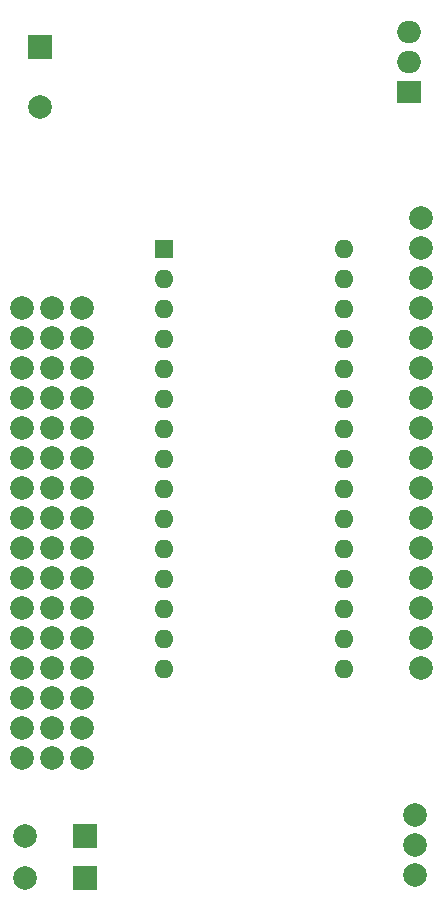
<source format=gbr>
%TF.GenerationSoftware,KiCad,Pcbnew,(5.1.6)-1*%
%TF.CreationDate,2020-11-17T10:03:37+01:00*%
%TF.ProjectId,NANOV3,4e414e4f-5633-42e6-9b69-6361645f7063,rev?*%
%TF.SameCoordinates,Original*%
%TF.FileFunction,Soldermask,Top*%
%TF.FilePolarity,Negative*%
%FSLAX46Y46*%
G04 Gerber Fmt 4.6, Leading zero omitted, Abs format (unit mm)*
G04 Created by KiCad (PCBNEW (5.1.6)-1) date 2020-11-17 10:03:37*
%MOMM*%
%LPD*%
G01*
G04 APERTURE LIST*
%ADD10C,2.000000*%
%ADD11R,2.000000X2.000000*%
%ADD12R,1.600000X1.600000*%
%ADD13O,1.600000X1.600000*%
%ADD14R,2.000000X1.905000*%
%ADD15O,2.000000X1.905000*%
G04 APERTURE END LIST*
D10*
%TO.C,J3*%
X125984000Y-108966000D03*
X125984000Y-106426000D03*
X125984000Y-103886000D03*
X125984000Y-101346000D03*
X125984000Y-98806000D03*
X125984000Y-96266000D03*
X125984000Y-93726000D03*
X125984000Y-91186000D03*
X125984000Y-88646000D03*
X125984000Y-86106000D03*
X125984000Y-83566000D03*
X125984000Y-81026000D03*
X125984000Y-78486000D03*
X125984000Y-75946000D03*
X125984000Y-73406000D03*
X125984000Y-70866000D03*
%TD*%
D11*
%TO.C,U3*%
X126238000Y-119126000D03*
D10*
X121158000Y-119126000D03*
%TD*%
D12*
%TO.C,A1*%
X132873001Y-65807001D03*
D13*
X148113001Y-98827001D03*
X132873001Y-68347001D03*
X148113001Y-96287001D03*
X132873001Y-70887001D03*
X148113001Y-93747001D03*
X132873001Y-73427001D03*
X148113001Y-91207001D03*
X132873001Y-75967001D03*
X148113001Y-88667001D03*
X132873001Y-78507001D03*
X148113001Y-86127001D03*
X132873001Y-81047001D03*
X148113001Y-83587001D03*
X132873001Y-83587001D03*
X148113001Y-81047001D03*
X132873001Y-86127001D03*
X148113001Y-78507001D03*
X132873001Y-88667001D03*
X148113001Y-75967001D03*
X132873001Y-91207001D03*
X148113001Y-73427001D03*
X132873001Y-93747001D03*
X148113001Y-70887001D03*
X132873001Y-96287001D03*
X148113001Y-68347001D03*
X132873001Y-98827001D03*
X148113001Y-65807001D03*
X132873001Y-101367001D03*
X148113001Y-101367001D03*
%TD*%
D11*
%TO.C,C1*%
X122428000Y-48768000D03*
D10*
X122428000Y-53768000D03*
%TD*%
%TO.C,J1*%
X120904000Y-70866000D03*
X120904000Y-73406000D03*
X120904000Y-75946000D03*
X120904000Y-78486000D03*
X120904000Y-81026000D03*
X120904000Y-83566000D03*
X120904000Y-86106000D03*
X120904000Y-88646000D03*
X120904000Y-91186000D03*
X120904000Y-93726000D03*
X120904000Y-96266000D03*
X120904000Y-98806000D03*
X120904000Y-101346000D03*
X120904000Y-103886000D03*
X120904000Y-106426000D03*
X120904000Y-108966000D03*
%TD*%
%TO.C,J2*%
X123444000Y-108966000D03*
X123444000Y-106426000D03*
X123444000Y-103886000D03*
X123444000Y-101346000D03*
X123444000Y-98806000D03*
X123444000Y-96266000D03*
X123444000Y-93726000D03*
X123444000Y-91186000D03*
X123444000Y-88646000D03*
X123444000Y-86106000D03*
X123444000Y-83566000D03*
X123444000Y-81026000D03*
X123444000Y-78486000D03*
X123444000Y-75946000D03*
X123444000Y-73406000D03*
X123444000Y-70866000D03*
%TD*%
%TO.C,J4*%
X154686000Y-101346000D03*
X154686000Y-98806000D03*
X154686000Y-96266000D03*
X154686000Y-93726000D03*
X154686000Y-91186000D03*
X154686000Y-88646000D03*
X154686000Y-86106000D03*
X154686000Y-83566000D03*
X154686000Y-81026000D03*
X154686000Y-78486000D03*
X154686000Y-75946000D03*
X154686000Y-73406000D03*
X154686000Y-70866000D03*
X154686000Y-68326000D03*
X154686000Y-65786000D03*
X154686000Y-63246000D03*
%TD*%
%TO.C,S1*%
X154178000Y-118872000D03*
X154178000Y-116332000D03*
X154178000Y-113792000D03*
%TD*%
D14*
%TO.C,7805*%
X153670000Y-52578000D03*
D15*
X153670000Y-50038000D03*
X153670000Y-47498000D03*
%TD*%
D10*
%TO.C,U3*%
X121158000Y-115570000D03*
D11*
X126238000Y-115570000D03*
%TD*%
M02*

</source>
